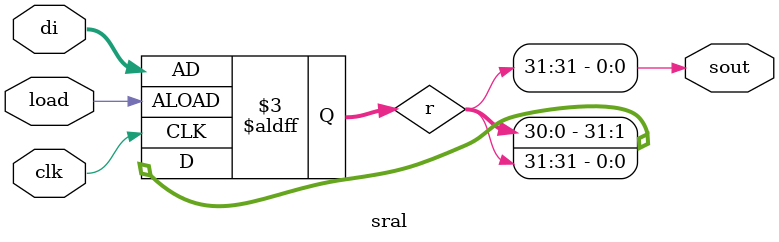
<source format=v>
`timescale 1ns / 1ps


module sral(
    input wire clk,
    input wire load,
    input wire [31:0] di,
    output wire sout
    );
    
reg [31:0] r;

initial r= 32'h5555_5555;

always @(posedge clk, posedge load)
begin
    if (load)
        r<= di;
    else
        r<= {r[30:0],r[31]};
end

assign sout= r[31];

endmodule

</source>
